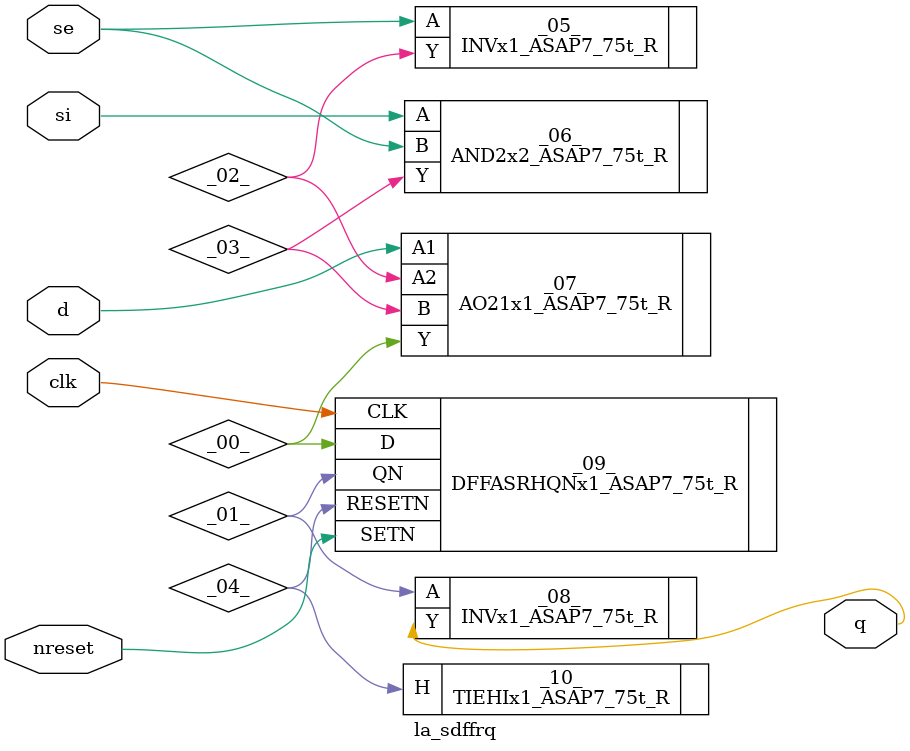
<source format=v>

/* Generated by Yosys 0.44 (git sha1 80ba43d26, g++ 11.4.0-1ubuntu1~22.04 -fPIC -O3) */

(* top =  1  *)
(* src = "generated" *)
module la_sdffrq (
    d,
    si,
    se,
    clk,
    nreset,
    q
);
  (* src = "generated" *)
  wire _00_;
  wire _01_;
  wire _02_;
  wire _03_;
  wire _04_;
  (* src = "generated" *)
  input clk;
  wire clk;
  (* src = "generated" *)
  input d;
  wire d;
  (* src = "generated" *)
  input nreset;
  wire nreset;
  (* src = "generated" *)
  output q;
  wire q;
  (* src = "generated" *)
  input se;
  wire se;
  (* src = "generated" *)
  input si;
  wire si;
  INVx1_ASAP7_75t_R _05_ (
      .A(se),
      .Y(_02_)
  );
  AND2x2_ASAP7_75t_R _06_ (
      .A(si),
      .B(se),
      .Y(_03_)
  );
  AO21x1_ASAP7_75t_R _07_ (
      .A1(d),
      .A2(_02_),
      .B (_03_),
      .Y (_00_)
  );
  INVx1_ASAP7_75t_R _08_ (
      .A(_01_),
      .Y(q)
  );
  (* src = "generated" *)
  DFFASRHQNx1_ASAP7_75t_R _09_ (
      .CLK(clk),
      .D(_00_),
      .QN(_01_),
      .RESETN(_04_),
      .SETN(nreset)
  );
  TIEHIx1_ASAP7_75t_R _10_ (.H(_04_));
endmodule

</source>
